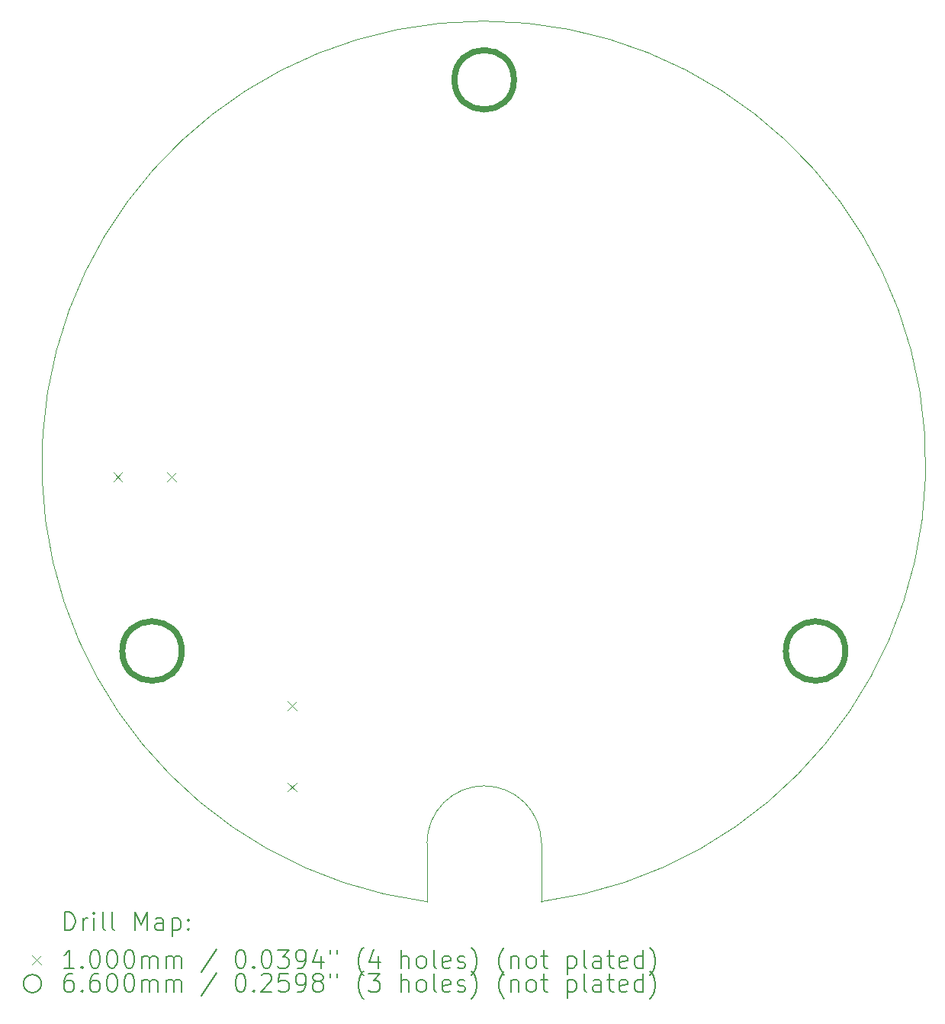
<source format=gbr>
%TF.GenerationSoftware,KiCad,Pcbnew,7.0.6*%
%TF.CreationDate,2024-03-14T18:07:39+11:00*%
%TF.ProjectId,Rocketry_Payload_Main_DDR_Spec_V2,526f636b-6574-4727-995f-5061796c6f61,rev?*%
%TF.SameCoordinates,Original*%
%TF.FileFunction,Drillmap*%
%TF.FilePolarity,Positive*%
%FSLAX45Y45*%
G04 Gerber Fmt 4.5, Leading zero omitted, Abs format (unit mm)*
G04 Created by KiCad (PCBNEW 7.0.6) date 2024-03-14 18:07:39*
%MOMM*%
%LPD*%
G01*
G04 APERTURE LIST*
%ADD10C,0.100000*%
%ADD11C,0.200000*%
%ADD12C,0.660000*%
G04 APERTURE END LIST*
D10*
X14198600Y-14173200D02*
X14198600Y-13523200D01*
X15468447Y-14172035D02*
X15468423Y-13522017D01*
X15468423Y-13522017D02*
G75*
G03*
X14198600Y-13523200I-634912J-591D01*
G01*
X15468447Y-14172035D02*
G75*
G03*
X14198600Y-14173200I-639386J4863885D01*
G01*
D11*
D10*
X10716500Y-9411500D02*
X10816500Y-9511500D01*
X10816500Y-9411500D02*
X10716500Y-9511500D01*
X11316500Y-9411500D02*
X11416500Y-9511500D01*
X11416500Y-9411500D02*
X11316500Y-9511500D01*
X12650000Y-11951500D02*
X12750000Y-12051500D01*
X12750000Y-11951500D02*
X12650000Y-12051500D01*
X12650000Y-12851500D02*
X12750000Y-12951500D01*
X12750000Y-12851500D02*
X12650000Y-12951500D01*
D12*
X11476100Y-11391600D02*
G75*
G03*
X11476100Y-11391600I-330000J0D01*
G01*
X15163600Y-5053650D02*
G75*
G03*
X15163600Y-5053650I-330000J0D01*
G01*
X18842100Y-11391600D02*
G75*
G03*
X18842100Y-11391600I-330000J0D01*
G01*
D11*
X10179107Y-14489684D02*
X10179107Y-14289684D01*
X10179107Y-14289684D02*
X10226726Y-14289684D01*
X10226726Y-14289684D02*
X10255297Y-14299207D01*
X10255297Y-14299207D02*
X10274345Y-14318255D01*
X10274345Y-14318255D02*
X10283869Y-14337303D01*
X10283869Y-14337303D02*
X10293393Y-14375398D01*
X10293393Y-14375398D02*
X10293393Y-14403969D01*
X10293393Y-14403969D02*
X10283869Y-14442065D01*
X10283869Y-14442065D02*
X10274345Y-14461112D01*
X10274345Y-14461112D02*
X10255297Y-14480160D01*
X10255297Y-14480160D02*
X10226726Y-14489684D01*
X10226726Y-14489684D02*
X10179107Y-14489684D01*
X10379107Y-14489684D02*
X10379107Y-14356350D01*
X10379107Y-14394446D02*
X10388631Y-14375398D01*
X10388631Y-14375398D02*
X10398155Y-14365874D01*
X10398155Y-14365874D02*
X10417202Y-14356350D01*
X10417202Y-14356350D02*
X10436250Y-14356350D01*
X10502916Y-14489684D02*
X10502916Y-14356350D01*
X10502916Y-14289684D02*
X10493393Y-14299207D01*
X10493393Y-14299207D02*
X10502916Y-14308731D01*
X10502916Y-14308731D02*
X10512440Y-14299207D01*
X10512440Y-14299207D02*
X10502916Y-14289684D01*
X10502916Y-14289684D02*
X10502916Y-14308731D01*
X10626726Y-14489684D02*
X10607678Y-14480160D01*
X10607678Y-14480160D02*
X10598155Y-14461112D01*
X10598155Y-14461112D02*
X10598155Y-14289684D01*
X10731488Y-14489684D02*
X10712440Y-14480160D01*
X10712440Y-14480160D02*
X10702916Y-14461112D01*
X10702916Y-14461112D02*
X10702916Y-14289684D01*
X10960059Y-14489684D02*
X10960059Y-14289684D01*
X10960059Y-14289684D02*
X11026726Y-14432541D01*
X11026726Y-14432541D02*
X11093393Y-14289684D01*
X11093393Y-14289684D02*
X11093393Y-14489684D01*
X11274345Y-14489684D02*
X11274345Y-14384922D01*
X11274345Y-14384922D02*
X11264821Y-14365874D01*
X11264821Y-14365874D02*
X11245774Y-14356350D01*
X11245774Y-14356350D02*
X11207678Y-14356350D01*
X11207678Y-14356350D02*
X11188631Y-14365874D01*
X11274345Y-14480160D02*
X11255297Y-14489684D01*
X11255297Y-14489684D02*
X11207678Y-14489684D01*
X11207678Y-14489684D02*
X11188631Y-14480160D01*
X11188631Y-14480160D02*
X11179107Y-14461112D01*
X11179107Y-14461112D02*
X11179107Y-14442065D01*
X11179107Y-14442065D02*
X11188631Y-14423017D01*
X11188631Y-14423017D02*
X11207678Y-14413493D01*
X11207678Y-14413493D02*
X11255297Y-14413493D01*
X11255297Y-14413493D02*
X11274345Y-14403969D01*
X11369583Y-14356350D02*
X11369583Y-14556350D01*
X11369583Y-14365874D02*
X11388631Y-14356350D01*
X11388631Y-14356350D02*
X11426726Y-14356350D01*
X11426726Y-14356350D02*
X11445774Y-14365874D01*
X11445774Y-14365874D02*
X11455297Y-14375398D01*
X11455297Y-14375398D02*
X11464821Y-14394446D01*
X11464821Y-14394446D02*
X11464821Y-14451588D01*
X11464821Y-14451588D02*
X11455297Y-14470636D01*
X11455297Y-14470636D02*
X11445774Y-14480160D01*
X11445774Y-14480160D02*
X11426726Y-14489684D01*
X11426726Y-14489684D02*
X11388631Y-14489684D01*
X11388631Y-14489684D02*
X11369583Y-14480160D01*
X11550535Y-14470636D02*
X11560059Y-14480160D01*
X11560059Y-14480160D02*
X11550535Y-14489684D01*
X11550535Y-14489684D02*
X11541012Y-14480160D01*
X11541012Y-14480160D02*
X11550535Y-14470636D01*
X11550535Y-14470636D02*
X11550535Y-14489684D01*
X11550535Y-14365874D02*
X11560059Y-14375398D01*
X11560059Y-14375398D02*
X11550535Y-14384922D01*
X11550535Y-14384922D02*
X11541012Y-14375398D01*
X11541012Y-14375398D02*
X11550535Y-14365874D01*
X11550535Y-14365874D02*
X11550535Y-14384922D01*
D10*
X9818330Y-14768200D02*
X9918330Y-14868200D01*
X9918330Y-14768200D02*
X9818330Y-14868200D01*
D11*
X10283869Y-14909684D02*
X10169583Y-14909684D01*
X10226726Y-14909684D02*
X10226726Y-14709684D01*
X10226726Y-14709684D02*
X10207678Y-14738255D01*
X10207678Y-14738255D02*
X10188631Y-14757303D01*
X10188631Y-14757303D02*
X10169583Y-14766826D01*
X10369583Y-14890636D02*
X10379107Y-14900160D01*
X10379107Y-14900160D02*
X10369583Y-14909684D01*
X10369583Y-14909684D02*
X10360059Y-14900160D01*
X10360059Y-14900160D02*
X10369583Y-14890636D01*
X10369583Y-14890636D02*
X10369583Y-14909684D01*
X10502916Y-14709684D02*
X10521964Y-14709684D01*
X10521964Y-14709684D02*
X10541012Y-14719207D01*
X10541012Y-14719207D02*
X10550536Y-14728731D01*
X10550536Y-14728731D02*
X10560059Y-14747779D01*
X10560059Y-14747779D02*
X10569583Y-14785874D01*
X10569583Y-14785874D02*
X10569583Y-14833493D01*
X10569583Y-14833493D02*
X10560059Y-14871588D01*
X10560059Y-14871588D02*
X10550536Y-14890636D01*
X10550536Y-14890636D02*
X10541012Y-14900160D01*
X10541012Y-14900160D02*
X10521964Y-14909684D01*
X10521964Y-14909684D02*
X10502916Y-14909684D01*
X10502916Y-14909684D02*
X10483869Y-14900160D01*
X10483869Y-14900160D02*
X10474345Y-14890636D01*
X10474345Y-14890636D02*
X10464821Y-14871588D01*
X10464821Y-14871588D02*
X10455297Y-14833493D01*
X10455297Y-14833493D02*
X10455297Y-14785874D01*
X10455297Y-14785874D02*
X10464821Y-14747779D01*
X10464821Y-14747779D02*
X10474345Y-14728731D01*
X10474345Y-14728731D02*
X10483869Y-14719207D01*
X10483869Y-14719207D02*
X10502916Y-14709684D01*
X10693393Y-14709684D02*
X10712440Y-14709684D01*
X10712440Y-14709684D02*
X10731488Y-14719207D01*
X10731488Y-14719207D02*
X10741012Y-14728731D01*
X10741012Y-14728731D02*
X10750536Y-14747779D01*
X10750536Y-14747779D02*
X10760059Y-14785874D01*
X10760059Y-14785874D02*
X10760059Y-14833493D01*
X10760059Y-14833493D02*
X10750536Y-14871588D01*
X10750536Y-14871588D02*
X10741012Y-14890636D01*
X10741012Y-14890636D02*
X10731488Y-14900160D01*
X10731488Y-14900160D02*
X10712440Y-14909684D01*
X10712440Y-14909684D02*
X10693393Y-14909684D01*
X10693393Y-14909684D02*
X10674345Y-14900160D01*
X10674345Y-14900160D02*
X10664821Y-14890636D01*
X10664821Y-14890636D02*
X10655297Y-14871588D01*
X10655297Y-14871588D02*
X10645774Y-14833493D01*
X10645774Y-14833493D02*
X10645774Y-14785874D01*
X10645774Y-14785874D02*
X10655297Y-14747779D01*
X10655297Y-14747779D02*
X10664821Y-14728731D01*
X10664821Y-14728731D02*
X10674345Y-14719207D01*
X10674345Y-14719207D02*
X10693393Y-14709684D01*
X10883869Y-14709684D02*
X10902917Y-14709684D01*
X10902917Y-14709684D02*
X10921964Y-14719207D01*
X10921964Y-14719207D02*
X10931488Y-14728731D01*
X10931488Y-14728731D02*
X10941012Y-14747779D01*
X10941012Y-14747779D02*
X10950536Y-14785874D01*
X10950536Y-14785874D02*
X10950536Y-14833493D01*
X10950536Y-14833493D02*
X10941012Y-14871588D01*
X10941012Y-14871588D02*
X10931488Y-14890636D01*
X10931488Y-14890636D02*
X10921964Y-14900160D01*
X10921964Y-14900160D02*
X10902917Y-14909684D01*
X10902917Y-14909684D02*
X10883869Y-14909684D01*
X10883869Y-14909684D02*
X10864821Y-14900160D01*
X10864821Y-14900160D02*
X10855297Y-14890636D01*
X10855297Y-14890636D02*
X10845774Y-14871588D01*
X10845774Y-14871588D02*
X10836250Y-14833493D01*
X10836250Y-14833493D02*
X10836250Y-14785874D01*
X10836250Y-14785874D02*
X10845774Y-14747779D01*
X10845774Y-14747779D02*
X10855297Y-14728731D01*
X10855297Y-14728731D02*
X10864821Y-14719207D01*
X10864821Y-14719207D02*
X10883869Y-14709684D01*
X11036250Y-14909684D02*
X11036250Y-14776350D01*
X11036250Y-14795398D02*
X11045774Y-14785874D01*
X11045774Y-14785874D02*
X11064821Y-14776350D01*
X11064821Y-14776350D02*
X11093393Y-14776350D01*
X11093393Y-14776350D02*
X11112440Y-14785874D01*
X11112440Y-14785874D02*
X11121964Y-14804922D01*
X11121964Y-14804922D02*
X11121964Y-14909684D01*
X11121964Y-14804922D02*
X11131488Y-14785874D01*
X11131488Y-14785874D02*
X11150536Y-14776350D01*
X11150536Y-14776350D02*
X11179107Y-14776350D01*
X11179107Y-14776350D02*
X11198155Y-14785874D01*
X11198155Y-14785874D02*
X11207678Y-14804922D01*
X11207678Y-14804922D02*
X11207678Y-14909684D01*
X11302916Y-14909684D02*
X11302916Y-14776350D01*
X11302916Y-14795398D02*
X11312440Y-14785874D01*
X11312440Y-14785874D02*
X11331488Y-14776350D01*
X11331488Y-14776350D02*
X11360059Y-14776350D01*
X11360059Y-14776350D02*
X11379107Y-14785874D01*
X11379107Y-14785874D02*
X11388631Y-14804922D01*
X11388631Y-14804922D02*
X11388631Y-14909684D01*
X11388631Y-14804922D02*
X11398155Y-14785874D01*
X11398155Y-14785874D02*
X11417202Y-14776350D01*
X11417202Y-14776350D02*
X11445774Y-14776350D01*
X11445774Y-14776350D02*
X11464821Y-14785874D01*
X11464821Y-14785874D02*
X11474345Y-14804922D01*
X11474345Y-14804922D02*
X11474345Y-14909684D01*
X11864821Y-14700160D02*
X11693393Y-14957303D01*
X12121964Y-14709684D02*
X12141012Y-14709684D01*
X12141012Y-14709684D02*
X12160059Y-14719207D01*
X12160059Y-14719207D02*
X12169583Y-14728731D01*
X12169583Y-14728731D02*
X12179107Y-14747779D01*
X12179107Y-14747779D02*
X12188631Y-14785874D01*
X12188631Y-14785874D02*
X12188631Y-14833493D01*
X12188631Y-14833493D02*
X12179107Y-14871588D01*
X12179107Y-14871588D02*
X12169583Y-14890636D01*
X12169583Y-14890636D02*
X12160059Y-14900160D01*
X12160059Y-14900160D02*
X12141012Y-14909684D01*
X12141012Y-14909684D02*
X12121964Y-14909684D01*
X12121964Y-14909684D02*
X12102917Y-14900160D01*
X12102917Y-14900160D02*
X12093393Y-14890636D01*
X12093393Y-14890636D02*
X12083869Y-14871588D01*
X12083869Y-14871588D02*
X12074345Y-14833493D01*
X12074345Y-14833493D02*
X12074345Y-14785874D01*
X12074345Y-14785874D02*
X12083869Y-14747779D01*
X12083869Y-14747779D02*
X12093393Y-14728731D01*
X12093393Y-14728731D02*
X12102917Y-14719207D01*
X12102917Y-14719207D02*
X12121964Y-14709684D01*
X12274345Y-14890636D02*
X12283869Y-14900160D01*
X12283869Y-14900160D02*
X12274345Y-14909684D01*
X12274345Y-14909684D02*
X12264821Y-14900160D01*
X12264821Y-14900160D02*
X12274345Y-14890636D01*
X12274345Y-14890636D02*
X12274345Y-14909684D01*
X12407678Y-14709684D02*
X12426726Y-14709684D01*
X12426726Y-14709684D02*
X12445774Y-14719207D01*
X12445774Y-14719207D02*
X12455298Y-14728731D01*
X12455298Y-14728731D02*
X12464821Y-14747779D01*
X12464821Y-14747779D02*
X12474345Y-14785874D01*
X12474345Y-14785874D02*
X12474345Y-14833493D01*
X12474345Y-14833493D02*
X12464821Y-14871588D01*
X12464821Y-14871588D02*
X12455298Y-14890636D01*
X12455298Y-14890636D02*
X12445774Y-14900160D01*
X12445774Y-14900160D02*
X12426726Y-14909684D01*
X12426726Y-14909684D02*
X12407678Y-14909684D01*
X12407678Y-14909684D02*
X12388631Y-14900160D01*
X12388631Y-14900160D02*
X12379107Y-14890636D01*
X12379107Y-14890636D02*
X12369583Y-14871588D01*
X12369583Y-14871588D02*
X12360059Y-14833493D01*
X12360059Y-14833493D02*
X12360059Y-14785874D01*
X12360059Y-14785874D02*
X12369583Y-14747779D01*
X12369583Y-14747779D02*
X12379107Y-14728731D01*
X12379107Y-14728731D02*
X12388631Y-14719207D01*
X12388631Y-14719207D02*
X12407678Y-14709684D01*
X12541012Y-14709684D02*
X12664821Y-14709684D01*
X12664821Y-14709684D02*
X12598155Y-14785874D01*
X12598155Y-14785874D02*
X12626726Y-14785874D01*
X12626726Y-14785874D02*
X12645774Y-14795398D01*
X12645774Y-14795398D02*
X12655298Y-14804922D01*
X12655298Y-14804922D02*
X12664821Y-14823969D01*
X12664821Y-14823969D02*
X12664821Y-14871588D01*
X12664821Y-14871588D02*
X12655298Y-14890636D01*
X12655298Y-14890636D02*
X12645774Y-14900160D01*
X12645774Y-14900160D02*
X12626726Y-14909684D01*
X12626726Y-14909684D02*
X12569583Y-14909684D01*
X12569583Y-14909684D02*
X12550536Y-14900160D01*
X12550536Y-14900160D02*
X12541012Y-14890636D01*
X12760059Y-14909684D02*
X12798155Y-14909684D01*
X12798155Y-14909684D02*
X12817202Y-14900160D01*
X12817202Y-14900160D02*
X12826726Y-14890636D01*
X12826726Y-14890636D02*
X12845774Y-14862065D01*
X12845774Y-14862065D02*
X12855298Y-14823969D01*
X12855298Y-14823969D02*
X12855298Y-14747779D01*
X12855298Y-14747779D02*
X12845774Y-14728731D01*
X12845774Y-14728731D02*
X12836250Y-14719207D01*
X12836250Y-14719207D02*
X12817202Y-14709684D01*
X12817202Y-14709684D02*
X12779107Y-14709684D01*
X12779107Y-14709684D02*
X12760059Y-14719207D01*
X12760059Y-14719207D02*
X12750536Y-14728731D01*
X12750536Y-14728731D02*
X12741012Y-14747779D01*
X12741012Y-14747779D02*
X12741012Y-14795398D01*
X12741012Y-14795398D02*
X12750536Y-14814446D01*
X12750536Y-14814446D02*
X12760059Y-14823969D01*
X12760059Y-14823969D02*
X12779107Y-14833493D01*
X12779107Y-14833493D02*
X12817202Y-14833493D01*
X12817202Y-14833493D02*
X12836250Y-14823969D01*
X12836250Y-14823969D02*
X12845774Y-14814446D01*
X12845774Y-14814446D02*
X12855298Y-14795398D01*
X13026726Y-14776350D02*
X13026726Y-14909684D01*
X12979107Y-14700160D02*
X12931488Y-14843017D01*
X12931488Y-14843017D02*
X13055298Y-14843017D01*
X13121964Y-14709684D02*
X13121964Y-14747779D01*
X13198155Y-14709684D02*
X13198155Y-14747779D01*
X13493393Y-14985874D02*
X13483869Y-14976350D01*
X13483869Y-14976350D02*
X13464821Y-14947779D01*
X13464821Y-14947779D02*
X13455298Y-14928731D01*
X13455298Y-14928731D02*
X13445774Y-14900160D01*
X13445774Y-14900160D02*
X13436250Y-14852541D01*
X13436250Y-14852541D02*
X13436250Y-14814446D01*
X13436250Y-14814446D02*
X13445774Y-14766826D01*
X13445774Y-14766826D02*
X13455298Y-14738255D01*
X13455298Y-14738255D02*
X13464821Y-14719207D01*
X13464821Y-14719207D02*
X13483869Y-14690636D01*
X13483869Y-14690636D02*
X13493393Y-14681112D01*
X13655298Y-14776350D02*
X13655298Y-14909684D01*
X13607679Y-14700160D02*
X13560060Y-14843017D01*
X13560060Y-14843017D02*
X13683869Y-14843017D01*
X13912441Y-14909684D02*
X13912441Y-14709684D01*
X13998155Y-14909684D02*
X13998155Y-14804922D01*
X13998155Y-14804922D02*
X13988631Y-14785874D01*
X13988631Y-14785874D02*
X13969583Y-14776350D01*
X13969583Y-14776350D02*
X13941012Y-14776350D01*
X13941012Y-14776350D02*
X13921964Y-14785874D01*
X13921964Y-14785874D02*
X13912441Y-14795398D01*
X14121964Y-14909684D02*
X14102917Y-14900160D01*
X14102917Y-14900160D02*
X14093393Y-14890636D01*
X14093393Y-14890636D02*
X14083869Y-14871588D01*
X14083869Y-14871588D02*
X14083869Y-14814446D01*
X14083869Y-14814446D02*
X14093393Y-14795398D01*
X14093393Y-14795398D02*
X14102917Y-14785874D01*
X14102917Y-14785874D02*
X14121964Y-14776350D01*
X14121964Y-14776350D02*
X14150536Y-14776350D01*
X14150536Y-14776350D02*
X14169583Y-14785874D01*
X14169583Y-14785874D02*
X14179107Y-14795398D01*
X14179107Y-14795398D02*
X14188631Y-14814446D01*
X14188631Y-14814446D02*
X14188631Y-14871588D01*
X14188631Y-14871588D02*
X14179107Y-14890636D01*
X14179107Y-14890636D02*
X14169583Y-14900160D01*
X14169583Y-14900160D02*
X14150536Y-14909684D01*
X14150536Y-14909684D02*
X14121964Y-14909684D01*
X14302917Y-14909684D02*
X14283869Y-14900160D01*
X14283869Y-14900160D02*
X14274345Y-14881112D01*
X14274345Y-14881112D02*
X14274345Y-14709684D01*
X14455298Y-14900160D02*
X14436250Y-14909684D01*
X14436250Y-14909684D02*
X14398155Y-14909684D01*
X14398155Y-14909684D02*
X14379107Y-14900160D01*
X14379107Y-14900160D02*
X14369583Y-14881112D01*
X14369583Y-14881112D02*
X14369583Y-14804922D01*
X14369583Y-14804922D02*
X14379107Y-14785874D01*
X14379107Y-14785874D02*
X14398155Y-14776350D01*
X14398155Y-14776350D02*
X14436250Y-14776350D01*
X14436250Y-14776350D02*
X14455298Y-14785874D01*
X14455298Y-14785874D02*
X14464822Y-14804922D01*
X14464822Y-14804922D02*
X14464822Y-14823969D01*
X14464822Y-14823969D02*
X14369583Y-14843017D01*
X14541012Y-14900160D02*
X14560060Y-14909684D01*
X14560060Y-14909684D02*
X14598155Y-14909684D01*
X14598155Y-14909684D02*
X14617203Y-14900160D01*
X14617203Y-14900160D02*
X14626726Y-14881112D01*
X14626726Y-14881112D02*
X14626726Y-14871588D01*
X14626726Y-14871588D02*
X14617203Y-14852541D01*
X14617203Y-14852541D02*
X14598155Y-14843017D01*
X14598155Y-14843017D02*
X14569583Y-14843017D01*
X14569583Y-14843017D02*
X14550536Y-14833493D01*
X14550536Y-14833493D02*
X14541012Y-14814446D01*
X14541012Y-14814446D02*
X14541012Y-14804922D01*
X14541012Y-14804922D02*
X14550536Y-14785874D01*
X14550536Y-14785874D02*
X14569583Y-14776350D01*
X14569583Y-14776350D02*
X14598155Y-14776350D01*
X14598155Y-14776350D02*
X14617203Y-14785874D01*
X14693393Y-14985874D02*
X14702917Y-14976350D01*
X14702917Y-14976350D02*
X14721964Y-14947779D01*
X14721964Y-14947779D02*
X14731488Y-14928731D01*
X14731488Y-14928731D02*
X14741012Y-14900160D01*
X14741012Y-14900160D02*
X14750536Y-14852541D01*
X14750536Y-14852541D02*
X14750536Y-14814446D01*
X14750536Y-14814446D02*
X14741012Y-14766826D01*
X14741012Y-14766826D02*
X14731488Y-14738255D01*
X14731488Y-14738255D02*
X14721964Y-14719207D01*
X14721964Y-14719207D02*
X14702917Y-14690636D01*
X14702917Y-14690636D02*
X14693393Y-14681112D01*
X15055298Y-14985874D02*
X15045774Y-14976350D01*
X15045774Y-14976350D02*
X15026726Y-14947779D01*
X15026726Y-14947779D02*
X15017203Y-14928731D01*
X15017203Y-14928731D02*
X15007679Y-14900160D01*
X15007679Y-14900160D02*
X14998155Y-14852541D01*
X14998155Y-14852541D02*
X14998155Y-14814446D01*
X14998155Y-14814446D02*
X15007679Y-14766826D01*
X15007679Y-14766826D02*
X15017203Y-14738255D01*
X15017203Y-14738255D02*
X15026726Y-14719207D01*
X15026726Y-14719207D02*
X15045774Y-14690636D01*
X15045774Y-14690636D02*
X15055298Y-14681112D01*
X15131488Y-14776350D02*
X15131488Y-14909684D01*
X15131488Y-14795398D02*
X15141012Y-14785874D01*
X15141012Y-14785874D02*
X15160060Y-14776350D01*
X15160060Y-14776350D02*
X15188631Y-14776350D01*
X15188631Y-14776350D02*
X15207679Y-14785874D01*
X15207679Y-14785874D02*
X15217203Y-14804922D01*
X15217203Y-14804922D02*
X15217203Y-14909684D01*
X15341012Y-14909684D02*
X15321964Y-14900160D01*
X15321964Y-14900160D02*
X15312441Y-14890636D01*
X15312441Y-14890636D02*
X15302917Y-14871588D01*
X15302917Y-14871588D02*
X15302917Y-14814446D01*
X15302917Y-14814446D02*
X15312441Y-14795398D01*
X15312441Y-14795398D02*
X15321964Y-14785874D01*
X15321964Y-14785874D02*
X15341012Y-14776350D01*
X15341012Y-14776350D02*
X15369584Y-14776350D01*
X15369584Y-14776350D02*
X15388631Y-14785874D01*
X15388631Y-14785874D02*
X15398155Y-14795398D01*
X15398155Y-14795398D02*
X15407679Y-14814446D01*
X15407679Y-14814446D02*
X15407679Y-14871588D01*
X15407679Y-14871588D02*
X15398155Y-14890636D01*
X15398155Y-14890636D02*
X15388631Y-14900160D01*
X15388631Y-14900160D02*
X15369584Y-14909684D01*
X15369584Y-14909684D02*
X15341012Y-14909684D01*
X15464822Y-14776350D02*
X15541012Y-14776350D01*
X15493393Y-14709684D02*
X15493393Y-14881112D01*
X15493393Y-14881112D02*
X15502917Y-14900160D01*
X15502917Y-14900160D02*
X15521964Y-14909684D01*
X15521964Y-14909684D02*
X15541012Y-14909684D01*
X15760060Y-14776350D02*
X15760060Y-14976350D01*
X15760060Y-14785874D02*
X15779107Y-14776350D01*
X15779107Y-14776350D02*
X15817203Y-14776350D01*
X15817203Y-14776350D02*
X15836250Y-14785874D01*
X15836250Y-14785874D02*
X15845774Y-14795398D01*
X15845774Y-14795398D02*
X15855298Y-14814446D01*
X15855298Y-14814446D02*
X15855298Y-14871588D01*
X15855298Y-14871588D02*
X15845774Y-14890636D01*
X15845774Y-14890636D02*
X15836250Y-14900160D01*
X15836250Y-14900160D02*
X15817203Y-14909684D01*
X15817203Y-14909684D02*
X15779107Y-14909684D01*
X15779107Y-14909684D02*
X15760060Y-14900160D01*
X15969584Y-14909684D02*
X15950536Y-14900160D01*
X15950536Y-14900160D02*
X15941012Y-14881112D01*
X15941012Y-14881112D02*
X15941012Y-14709684D01*
X16131488Y-14909684D02*
X16131488Y-14804922D01*
X16131488Y-14804922D02*
X16121965Y-14785874D01*
X16121965Y-14785874D02*
X16102917Y-14776350D01*
X16102917Y-14776350D02*
X16064822Y-14776350D01*
X16064822Y-14776350D02*
X16045774Y-14785874D01*
X16131488Y-14900160D02*
X16112441Y-14909684D01*
X16112441Y-14909684D02*
X16064822Y-14909684D01*
X16064822Y-14909684D02*
X16045774Y-14900160D01*
X16045774Y-14900160D02*
X16036250Y-14881112D01*
X16036250Y-14881112D02*
X16036250Y-14862065D01*
X16036250Y-14862065D02*
X16045774Y-14843017D01*
X16045774Y-14843017D02*
X16064822Y-14833493D01*
X16064822Y-14833493D02*
X16112441Y-14833493D01*
X16112441Y-14833493D02*
X16131488Y-14823969D01*
X16198155Y-14776350D02*
X16274345Y-14776350D01*
X16226726Y-14709684D02*
X16226726Y-14881112D01*
X16226726Y-14881112D02*
X16236250Y-14900160D01*
X16236250Y-14900160D02*
X16255298Y-14909684D01*
X16255298Y-14909684D02*
X16274345Y-14909684D01*
X16417203Y-14900160D02*
X16398155Y-14909684D01*
X16398155Y-14909684D02*
X16360060Y-14909684D01*
X16360060Y-14909684D02*
X16341012Y-14900160D01*
X16341012Y-14900160D02*
X16331488Y-14881112D01*
X16331488Y-14881112D02*
X16331488Y-14804922D01*
X16331488Y-14804922D02*
X16341012Y-14785874D01*
X16341012Y-14785874D02*
X16360060Y-14776350D01*
X16360060Y-14776350D02*
X16398155Y-14776350D01*
X16398155Y-14776350D02*
X16417203Y-14785874D01*
X16417203Y-14785874D02*
X16426726Y-14804922D01*
X16426726Y-14804922D02*
X16426726Y-14823969D01*
X16426726Y-14823969D02*
X16331488Y-14843017D01*
X16598155Y-14909684D02*
X16598155Y-14709684D01*
X16598155Y-14900160D02*
X16579107Y-14909684D01*
X16579107Y-14909684D02*
X16541012Y-14909684D01*
X16541012Y-14909684D02*
X16521965Y-14900160D01*
X16521965Y-14900160D02*
X16512441Y-14890636D01*
X16512441Y-14890636D02*
X16502917Y-14871588D01*
X16502917Y-14871588D02*
X16502917Y-14814446D01*
X16502917Y-14814446D02*
X16512441Y-14795398D01*
X16512441Y-14795398D02*
X16521965Y-14785874D01*
X16521965Y-14785874D02*
X16541012Y-14776350D01*
X16541012Y-14776350D02*
X16579107Y-14776350D01*
X16579107Y-14776350D02*
X16598155Y-14785874D01*
X16674346Y-14985874D02*
X16683869Y-14976350D01*
X16683869Y-14976350D02*
X16702917Y-14947779D01*
X16702917Y-14947779D02*
X16712441Y-14928731D01*
X16712441Y-14928731D02*
X16721965Y-14900160D01*
X16721965Y-14900160D02*
X16731488Y-14852541D01*
X16731488Y-14852541D02*
X16731488Y-14814446D01*
X16731488Y-14814446D02*
X16721965Y-14766826D01*
X16721965Y-14766826D02*
X16712441Y-14738255D01*
X16712441Y-14738255D02*
X16702917Y-14719207D01*
X16702917Y-14719207D02*
X16683869Y-14690636D01*
X16683869Y-14690636D02*
X16674346Y-14681112D01*
X9918330Y-15082200D02*
G75*
G03*
X9918330Y-15082200I-100000J0D01*
G01*
X10264821Y-14973684D02*
X10226726Y-14973684D01*
X10226726Y-14973684D02*
X10207678Y-14983207D01*
X10207678Y-14983207D02*
X10198155Y-14992731D01*
X10198155Y-14992731D02*
X10179107Y-15021303D01*
X10179107Y-15021303D02*
X10169583Y-15059398D01*
X10169583Y-15059398D02*
X10169583Y-15135588D01*
X10169583Y-15135588D02*
X10179107Y-15154636D01*
X10179107Y-15154636D02*
X10188631Y-15164160D01*
X10188631Y-15164160D02*
X10207678Y-15173684D01*
X10207678Y-15173684D02*
X10245774Y-15173684D01*
X10245774Y-15173684D02*
X10264821Y-15164160D01*
X10264821Y-15164160D02*
X10274345Y-15154636D01*
X10274345Y-15154636D02*
X10283869Y-15135588D01*
X10283869Y-15135588D02*
X10283869Y-15087969D01*
X10283869Y-15087969D02*
X10274345Y-15068922D01*
X10274345Y-15068922D02*
X10264821Y-15059398D01*
X10264821Y-15059398D02*
X10245774Y-15049874D01*
X10245774Y-15049874D02*
X10207678Y-15049874D01*
X10207678Y-15049874D02*
X10188631Y-15059398D01*
X10188631Y-15059398D02*
X10179107Y-15068922D01*
X10179107Y-15068922D02*
X10169583Y-15087969D01*
X10369583Y-15154636D02*
X10379107Y-15164160D01*
X10379107Y-15164160D02*
X10369583Y-15173684D01*
X10369583Y-15173684D02*
X10360059Y-15164160D01*
X10360059Y-15164160D02*
X10369583Y-15154636D01*
X10369583Y-15154636D02*
X10369583Y-15173684D01*
X10550536Y-14973684D02*
X10512440Y-14973684D01*
X10512440Y-14973684D02*
X10493393Y-14983207D01*
X10493393Y-14983207D02*
X10483869Y-14992731D01*
X10483869Y-14992731D02*
X10464821Y-15021303D01*
X10464821Y-15021303D02*
X10455297Y-15059398D01*
X10455297Y-15059398D02*
X10455297Y-15135588D01*
X10455297Y-15135588D02*
X10464821Y-15154636D01*
X10464821Y-15154636D02*
X10474345Y-15164160D01*
X10474345Y-15164160D02*
X10493393Y-15173684D01*
X10493393Y-15173684D02*
X10531488Y-15173684D01*
X10531488Y-15173684D02*
X10550536Y-15164160D01*
X10550536Y-15164160D02*
X10560059Y-15154636D01*
X10560059Y-15154636D02*
X10569583Y-15135588D01*
X10569583Y-15135588D02*
X10569583Y-15087969D01*
X10569583Y-15087969D02*
X10560059Y-15068922D01*
X10560059Y-15068922D02*
X10550536Y-15059398D01*
X10550536Y-15059398D02*
X10531488Y-15049874D01*
X10531488Y-15049874D02*
X10493393Y-15049874D01*
X10493393Y-15049874D02*
X10474345Y-15059398D01*
X10474345Y-15059398D02*
X10464821Y-15068922D01*
X10464821Y-15068922D02*
X10455297Y-15087969D01*
X10693393Y-14973684D02*
X10712440Y-14973684D01*
X10712440Y-14973684D02*
X10731488Y-14983207D01*
X10731488Y-14983207D02*
X10741012Y-14992731D01*
X10741012Y-14992731D02*
X10750536Y-15011779D01*
X10750536Y-15011779D02*
X10760059Y-15049874D01*
X10760059Y-15049874D02*
X10760059Y-15097493D01*
X10760059Y-15097493D02*
X10750536Y-15135588D01*
X10750536Y-15135588D02*
X10741012Y-15154636D01*
X10741012Y-15154636D02*
X10731488Y-15164160D01*
X10731488Y-15164160D02*
X10712440Y-15173684D01*
X10712440Y-15173684D02*
X10693393Y-15173684D01*
X10693393Y-15173684D02*
X10674345Y-15164160D01*
X10674345Y-15164160D02*
X10664821Y-15154636D01*
X10664821Y-15154636D02*
X10655297Y-15135588D01*
X10655297Y-15135588D02*
X10645774Y-15097493D01*
X10645774Y-15097493D02*
X10645774Y-15049874D01*
X10645774Y-15049874D02*
X10655297Y-15011779D01*
X10655297Y-15011779D02*
X10664821Y-14992731D01*
X10664821Y-14992731D02*
X10674345Y-14983207D01*
X10674345Y-14983207D02*
X10693393Y-14973684D01*
X10883869Y-14973684D02*
X10902917Y-14973684D01*
X10902917Y-14973684D02*
X10921964Y-14983207D01*
X10921964Y-14983207D02*
X10931488Y-14992731D01*
X10931488Y-14992731D02*
X10941012Y-15011779D01*
X10941012Y-15011779D02*
X10950536Y-15049874D01*
X10950536Y-15049874D02*
X10950536Y-15097493D01*
X10950536Y-15097493D02*
X10941012Y-15135588D01*
X10941012Y-15135588D02*
X10931488Y-15154636D01*
X10931488Y-15154636D02*
X10921964Y-15164160D01*
X10921964Y-15164160D02*
X10902917Y-15173684D01*
X10902917Y-15173684D02*
X10883869Y-15173684D01*
X10883869Y-15173684D02*
X10864821Y-15164160D01*
X10864821Y-15164160D02*
X10855297Y-15154636D01*
X10855297Y-15154636D02*
X10845774Y-15135588D01*
X10845774Y-15135588D02*
X10836250Y-15097493D01*
X10836250Y-15097493D02*
X10836250Y-15049874D01*
X10836250Y-15049874D02*
X10845774Y-15011779D01*
X10845774Y-15011779D02*
X10855297Y-14992731D01*
X10855297Y-14992731D02*
X10864821Y-14983207D01*
X10864821Y-14983207D02*
X10883869Y-14973684D01*
X11036250Y-15173684D02*
X11036250Y-15040350D01*
X11036250Y-15059398D02*
X11045774Y-15049874D01*
X11045774Y-15049874D02*
X11064821Y-15040350D01*
X11064821Y-15040350D02*
X11093393Y-15040350D01*
X11093393Y-15040350D02*
X11112440Y-15049874D01*
X11112440Y-15049874D02*
X11121964Y-15068922D01*
X11121964Y-15068922D02*
X11121964Y-15173684D01*
X11121964Y-15068922D02*
X11131488Y-15049874D01*
X11131488Y-15049874D02*
X11150536Y-15040350D01*
X11150536Y-15040350D02*
X11179107Y-15040350D01*
X11179107Y-15040350D02*
X11198155Y-15049874D01*
X11198155Y-15049874D02*
X11207678Y-15068922D01*
X11207678Y-15068922D02*
X11207678Y-15173684D01*
X11302916Y-15173684D02*
X11302916Y-15040350D01*
X11302916Y-15059398D02*
X11312440Y-15049874D01*
X11312440Y-15049874D02*
X11331488Y-15040350D01*
X11331488Y-15040350D02*
X11360059Y-15040350D01*
X11360059Y-15040350D02*
X11379107Y-15049874D01*
X11379107Y-15049874D02*
X11388631Y-15068922D01*
X11388631Y-15068922D02*
X11388631Y-15173684D01*
X11388631Y-15068922D02*
X11398155Y-15049874D01*
X11398155Y-15049874D02*
X11417202Y-15040350D01*
X11417202Y-15040350D02*
X11445774Y-15040350D01*
X11445774Y-15040350D02*
X11464821Y-15049874D01*
X11464821Y-15049874D02*
X11474345Y-15068922D01*
X11474345Y-15068922D02*
X11474345Y-15173684D01*
X11864821Y-14964160D02*
X11693393Y-15221303D01*
X12121964Y-14973684D02*
X12141012Y-14973684D01*
X12141012Y-14973684D02*
X12160059Y-14983207D01*
X12160059Y-14983207D02*
X12169583Y-14992731D01*
X12169583Y-14992731D02*
X12179107Y-15011779D01*
X12179107Y-15011779D02*
X12188631Y-15049874D01*
X12188631Y-15049874D02*
X12188631Y-15097493D01*
X12188631Y-15097493D02*
X12179107Y-15135588D01*
X12179107Y-15135588D02*
X12169583Y-15154636D01*
X12169583Y-15154636D02*
X12160059Y-15164160D01*
X12160059Y-15164160D02*
X12141012Y-15173684D01*
X12141012Y-15173684D02*
X12121964Y-15173684D01*
X12121964Y-15173684D02*
X12102917Y-15164160D01*
X12102917Y-15164160D02*
X12093393Y-15154636D01*
X12093393Y-15154636D02*
X12083869Y-15135588D01*
X12083869Y-15135588D02*
X12074345Y-15097493D01*
X12074345Y-15097493D02*
X12074345Y-15049874D01*
X12074345Y-15049874D02*
X12083869Y-15011779D01*
X12083869Y-15011779D02*
X12093393Y-14992731D01*
X12093393Y-14992731D02*
X12102917Y-14983207D01*
X12102917Y-14983207D02*
X12121964Y-14973684D01*
X12274345Y-15154636D02*
X12283869Y-15164160D01*
X12283869Y-15164160D02*
X12274345Y-15173684D01*
X12274345Y-15173684D02*
X12264821Y-15164160D01*
X12264821Y-15164160D02*
X12274345Y-15154636D01*
X12274345Y-15154636D02*
X12274345Y-15173684D01*
X12360059Y-14992731D02*
X12369583Y-14983207D01*
X12369583Y-14983207D02*
X12388631Y-14973684D01*
X12388631Y-14973684D02*
X12436250Y-14973684D01*
X12436250Y-14973684D02*
X12455298Y-14983207D01*
X12455298Y-14983207D02*
X12464821Y-14992731D01*
X12464821Y-14992731D02*
X12474345Y-15011779D01*
X12474345Y-15011779D02*
X12474345Y-15030826D01*
X12474345Y-15030826D02*
X12464821Y-15059398D01*
X12464821Y-15059398D02*
X12350536Y-15173684D01*
X12350536Y-15173684D02*
X12474345Y-15173684D01*
X12655298Y-14973684D02*
X12560059Y-14973684D01*
X12560059Y-14973684D02*
X12550536Y-15068922D01*
X12550536Y-15068922D02*
X12560059Y-15059398D01*
X12560059Y-15059398D02*
X12579107Y-15049874D01*
X12579107Y-15049874D02*
X12626726Y-15049874D01*
X12626726Y-15049874D02*
X12645774Y-15059398D01*
X12645774Y-15059398D02*
X12655298Y-15068922D01*
X12655298Y-15068922D02*
X12664821Y-15087969D01*
X12664821Y-15087969D02*
X12664821Y-15135588D01*
X12664821Y-15135588D02*
X12655298Y-15154636D01*
X12655298Y-15154636D02*
X12645774Y-15164160D01*
X12645774Y-15164160D02*
X12626726Y-15173684D01*
X12626726Y-15173684D02*
X12579107Y-15173684D01*
X12579107Y-15173684D02*
X12560059Y-15164160D01*
X12560059Y-15164160D02*
X12550536Y-15154636D01*
X12760059Y-15173684D02*
X12798155Y-15173684D01*
X12798155Y-15173684D02*
X12817202Y-15164160D01*
X12817202Y-15164160D02*
X12826726Y-15154636D01*
X12826726Y-15154636D02*
X12845774Y-15126065D01*
X12845774Y-15126065D02*
X12855298Y-15087969D01*
X12855298Y-15087969D02*
X12855298Y-15011779D01*
X12855298Y-15011779D02*
X12845774Y-14992731D01*
X12845774Y-14992731D02*
X12836250Y-14983207D01*
X12836250Y-14983207D02*
X12817202Y-14973684D01*
X12817202Y-14973684D02*
X12779107Y-14973684D01*
X12779107Y-14973684D02*
X12760059Y-14983207D01*
X12760059Y-14983207D02*
X12750536Y-14992731D01*
X12750536Y-14992731D02*
X12741012Y-15011779D01*
X12741012Y-15011779D02*
X12741012Y-15059398D01*
X12741012Y-15059398D02*
X12750536Y-15078446D01*
X12750536Y-15078446D02*
X12760059Y-15087969D01*
X12760059Y-15087969D02*
X12779107Y-15097493D01*
X12779107Y-15097493D02*
X12817202Y-15097493D01*
X12817202Y-15097493D02*
X12836250Y-15087969D01*
X12836250Y-15087969D02*
X12845774Y-15078446D01*
X12845774Y-15078446D02*
X12855298Y-15059398D01*
X12969583Y-15059398D02*
X12950536Y-15049874D01*
X12950536Y-15049874D02*
X12941012Y-15040350D01*
X12941012Y-15040350D02*
X12931488Y-15021303D01*
X12931488Y-15021303D02*
X12931488Y-15011779D01*
X12931488Y-15011779D02*
X12941012Y-14992731D01*
X12941012Y-14992731D02*
X12950536Y-14983207D01*
X12950536Y-14983207D02*
X12969583Y-14973684D01*
X12969583Y-14973684D02*
X13007679Y-14973684D01*
X13007679Y-14973684D02*
X13026726Y-14983207D01*
X13026726Y-14983207D02*
X13036250Y-14992731D01*
X13036250Y-14992731D02*
X13045774Y-15011779D01*
X13045774Y-15011779D02*
X13045774Y-15021303D01*
X13045774Y-15021303D02*
X13036250Y-15040350D01*
X13036250Y-15040350D02*
X13026726Y-15049874D01*
X13026726Y-15049874D02*
X13007679Y-15059398D01*
X13007679Y-15059398D02*
X12969583Y-15059398D01*
X12969583Y-15059398D02*
X12950536Y-15068922D01*
X12950536Y-15068922D02*
X12941012Y-15078446D01*
X12941012Y-15078446D02*
X12931488Y-15097493D01*
X12931488Y-15097493D02*
X12931488Y-15135588D01*
X12931488Y-15135588D02*
X12941012Y-15154636D01*
X12941012Y-15154636D02*
X12950536Y-15164160D01*
X12950536Y-15164160D02*
X12969583Y-15173684D01*
X12969583Y-15173684D02*
X13007679Y-15173684D01*
X13007679Y-15173684D02*
X13026726Y-15164160D01*
X13026726Y-15164160D02*
X13036250Y-15154636D01*
X13036250Y-15154636D02*
X13045774Y-15135588D01*
X13045774Y-15135588D02*
X13045774Y-15097493D01*
X13045774Y-15097493D02*
X13036250Y-15078446D01*
X13036250Y-15078446D02*
X13026726Y-15068922D01*
X13026726Y-15068922D02*
X13007679Y-15059398D01*
X13121964Y-14973684D02*
X13121964Y-15011779D01*
X13198155Y-14973684D02*
X13198155Y-15011779D01*
X13493393Y-15249874D02*
X13483869Y-15240350D01*
X13483869Y-15240350D02*
X13464821Y-15211779D01*
X13464821Y-15211779D02*
X13455298Y-15192731D01*
X13455298Y-15192731D02*
X13445774Y-15164160D01*
X13445774Y-15164160D02*
X13436250Y-15116541D01*
X13436250Y-15116541D02*
X13436250Y-15078446D01*
X13436250Y-15078446D02*
X13445774Y-15030826D01*
X13445774Y-15030826D02*
X13455298Y-15002255D01*
X13455298Y-15002255D02*
X13464821Y-14983207D01*
X13464821Y-14983207D02*
X13483869Y-14954636D01*
X13483869Y-14954636D02*
X13493393Y-14945112D01*
X13550536Y-14973684D02*
X13674345Y-14973684D01*
X13674345Y-14973684D02*
X13607679Y-15049874D01*
X13607679Y-15049874D02*
X13636250Y-15049874D01*
X13636250Y-15049874D02*
X13655298Y-15059398D01*
X13655298Y-15059398D02*
X13664821Y-15068922D01*
X13664821Y-15068922D02*
X13674345Y-15087969D01*
X13674345Y-15087969D02*
X13674345Y-15135588D01*
X13674345Y-15135588D02*
X13664821Y-15154636D01*
X13664821Y-15154636D02*
X13655298Y-15164160D01*
X13655298Y-15164160D02*
X13636250Y-15173684D01*
X13636250Y-15173684D02*
X13579107Y-15173684D01*
X13579107Y-15173684D02*
X13560060Y-15164160D01*
X13560060Y-15164160D02*
X13550536Y-15154636D01*
X13912441Y-15173684D02*
X13912441Y-14973684D01*
X13998155Y-15173684D02*
X13998155Y-15068922D01*
X13998155Y-15068922D02*
X13988631Y-15049874D01*
X13988631Y-15049874D02*
X13969583Y-15040350D01*
X13969583Y-15040350D02*
X13941012Y-15040350D01*
X13941012Y-15040350D02*
X13921964Y-15049874D01*
X13921964Y-15049874D02*
X13912441Y-15059398D01*
X14121964Y-15173684D02*
X14102917Y-15164160D01*
X14102917Y-15164160D02*
X14093393Y-15154636D01*
X14093393Y-15154636D02*
X14083869Y-15135588D01*
X14083869Y-15135588D02*
X14083869Y-15078446D01*
X14083869Y-15078446D02*
X14093393Y-15059398D01*
X14093393Y-15059398D02*
X14102917Y-15049874D01*
X14102917Y-15049874D02*
X14121964Y-15040350D01*
X14121964Y-15040350D02*
X14150536Y-15040350D01*
X14150536Y-15040350D02*
X14169583Y-15049874D01*
X14169583Y-15049874D02*
X14179107Y-15059398D01*
X14179107Y-15059398D02*
X14188631Y-15078446D01*
X14188631Y-15078446D02*
X14188631Y-15135588D01*
X14188631Y-15135588D02*
X14179107Y-15154636D01*
X14179107Y-15154636D02*
X14169583Y-15164160D01*
X14169583Y-15164160D02*
X14150536Y-15173684D01*
X14150536Y-15173684D02*
X14121964Y-15173684D01*
X14302917Y-15173684D02*
X14283869Y-15164160D01*
X14283869Y-15164160D02*
X14274345Y-15145112D01*
X14274345Y-15145112D02*
X14274345Y-14973684D01*
X14455298Y-15164160D02*
X14436250Y-15173684D01*
X14436250Y-15173684D02*
X14398155Y-15173684D01*
X14398155Y-15173684D02*
X14379107Y-15164160D01*
X14379107Y-15164160D02*
X14369583Y-15145112D01*
X14369583Y-15145112D02*
X14369583Y-15068922D01*
X14369583Y-15068922D02*
X14379107Y-15049874D01*
X14379107Y-15049874D02*
X14398155Y-15040350D01*
X14398155Y-15040350D02*
X14436250Y-15040350D01*
X14436250Y-15040350D02*
X14455298Y-15049874D01*
X14455298Y-15049874D02*
X14464822Y-15068922D01*
X14464822Y-15068922D02*
X14464822Y-15087969D01*
X14464822Y-15087969D02*
X14369583Y-15107017D01*
X14541012Y-15164160D02*
X14560060Y-15173684D01*
X14560060Y-15173684D02*
X14598155Y-15173684D01*
X14598155Y-15173684D02*
X14617203Y-15164160D01*
X14617203Y-15164160D02*
X14626726Y-15145112D01*
X14626726Y-15145112D02*
X14626726Y-15135588D01*
X14626726Y-15135588D02*
X14617203Y-15116541D01*
X14617203Y-15116541D02*
X14598155Y-15107017D01*
X14598155Y-15107017D02*
X14569583Y-15107017D01*
X14569583Y-15107017D02*
X14550536Y-15097493D01*
X14550536Y-15097493D02*
X14541012Y-15078446D01*
X14541012Y-15078446D02*
X14541012Y-15068922D01*
X14541012Y-15068922D02*
X14550536Y-15049874D01*
X14550536Y-15049874D02*
X14569583Y-15040350D01*
X14569583Y-15040350D02*
X14598155Y-15040350D01*
X14598155Y-15040350D02*
X14617203Y-15049874D01*
X14693393Y-15249874D02*
X14702917Y-15240350D01*
X14702917Y-15240350D02*
X14721964Y-15211779D01*
X14721964Y-15211779D02*
X14731488Y-15192731D01*
X14731488Y-15192731D02*
X14741012Y-15164160D01*
X14741012Y-15164160D02*
X14750536Y-15116541D01*
X14750536Y-15116541D02*
X14750536Y-15078446D01*
X14750536Y-15078446D02*
X14741012Y-15030826D01*
X14741012Y-15030826D02*
X14731488Y-15002255D01*
X14731488Y-15002255D02*
X14721964Y-14983207D01*
X14721964Y-14983207D02*
X14702917Y-14954636D01*
X14702917Y-14954636D02*
X14693393Y-14945112D01*
X15055298Y-15249874D02*
X15045774Y-15240350D01*
X15045774Y-15240350D02*
X15026726Y-15211779D01*
X15026726Y-15211779D02*
X15017203Y-15192731D01*
X15017203Y-15192731D02*
X15007679Y-15164160D01*
X15007679Y-15164160D02*
X14998155Y-15116541D01*
X14998155Y-15116541D02*
X14998155Y-15078446D01*
X14998155Y-15078446D02*
X15007679Y-15030826D01*
X15007679Y-15030826D02*
X15017203Y-15002255D01*
X15017203Y-15002255D02*
X15026726Y-14983207D01*
X15026726Y-14983207D02*
X15045774Y-14954636D01*
X15045774Y-14954636D02*
X15055298Y-14945112D01*
X15131488Y-15040350D02*
X15131488Y-15173684D01*
X15131488Y-15059398D02*
X15141012Y-15049874D01*
X15141012Y-15049874D02*
X15160060Y-15040350D01*
X15160060Y-15040350D02*
X15188631Y-15040350D01*
X15188631Y-15040350D02*
X15207679Y-15049874D01*
X15207679Y-15049874D02*
X15217203Y-15068922D01*
X15217203Y-15068922D02*
X15217203Y-15173684D01*
X15341012Y-15173684D02*
X15321964Y-15164160D01*
X15321964Y-15164160D02*
X15312441Y-15154636D01*
X15312441Y-15154636D02*
X15302917Y-15135588D01*
X15302917Y-15135588D02*
X15302917Y-15078446D01*
X15302917Y-15078446D02*
X15312441Y-15059398D01*
X15312441Y-15059398D02*
X15321964Y-15049874D01*
X15321964Y-15049874D02*
X15341012Y-15040350D01*
X15341012Y-15040350D02*
X15369584Y-15040350D01*
X15369584Y-15040350D02*
X15388631Y-15049874D01*
X15388631Y-15049874D02*
X15398155Y-15059398D01*
X15398155Y-15059398D02*
X15407679Y-15078446D01*
X15407679Y-15078446D02*
X15407679Y-15135588D01*
X15407679Y-15135588D02*
X15398155Y-15154636D01*
X15398155Y-15154636D02*
X15388631Y-15164160D01*
X15388631Y-15164160D02*
X15369584Y-15173684D01*
X15369584Y-15173684D02*
X15341012Y-15173684D01*
X15464822Y-15040350D02*
X15541012Y-15040350D01*
X15493393Y-14973684D02*
X15493393Y-15145112D01*
X15493393Y-15145112D02*
X15502917Y-15164160D01*
X15502917Y-15164160D02*
X15521964Y-15173684D01*
X15521964Y-15173684D02*
X15541012Y-15173684D01*
X15760060Y-15040350D02*
X15760060Y-15240350D01*
X15760060Y-15049874D02*
X15779107Y-15040350D01*
X15779107Y-15040350D02*
X15817203Y-15040350D01*
X15817203Y-15040350D02*
X15836250Y-15049874D01*
X15836250Y-15049874D02*
X15845774Y-15059398D01*
X15845774Y-15059398D02*
X15855298Y-15078446D01*
X15855298Y-15078446D02*
X15855298Y-15135588D01*
X15855298Y-15135588D02*
X15845774Y-15154636D01*
X15845774Y-15154636D02*
X15836250Y-15164160D01*
X15836250Y-15164160D02*
X15817203Y-15173684D01*
X15817203Y-15173684D02*
X15779107Y-15173684D01*
X15779107Y-15173684D02*
X15760060Y-15164160D01*
X15969584Y-15173684D02*
X15950536Y-15164160D01*
X15950536Y-15164160D02*
X15941012Y-15145112D01*
X15941012Y-15145112D02*
X15941012Y-14973684D01*
X16131488Y-15173684D02*
X16131488Y-15068922D01*
X16131488Y-15068922D02*
X16121965Y-15049874D01*
X16121965Y-15049874D02*
X16102917Y-15040350D01*
X16102917Y-15040350D02*
X16064822Y-15040350D01*
X16064822Y-15040350D02*
X16045774Y-15049874D01*
X16131488Y-15164160D02*
X16112441Y-15173684D01*
X16112441Y-15173684D02*
X16064822Y-15173684D01*
X16064822Y-15173684D02*
X16045774Y-15164160D01*
X16045774Y-15164160D02*
X16036250Y-15145112D01*
X16036250Y-15145112D02*
X16036250Y-15126065D01*
X16036250Y-15126065D02*
X16045774Y-15107017D01*
X16045774Y-15107017D02*
X16064822Y-15097493D01*
X16064822Y-15097493D02*
X16112441Y-15097493D01*
X16112441Y-15097493D02*
X16131488Y-15087969D01*
X16198155Y-15040350D02*
X16274345Y-15040350D01*
X16226726Y-14973684D02*
X16226726Y-15145112D01*
X16226726Y-15145112D02*
X16236250Y-15164160D01*
X16236250Y-15164160D02*
X16255298Y-15173684D01*
X16255298Y-15173684D02*
X16274345Y-15173684D01*
X16417203Y-15164160D02*
X16398155Y-15173684D01*
X16398155Y-15173684D02*
X16360060Y-15173684D01*
X16360060Y-15173684D02*
X16341012Y-15164160D01*
X16341012Y-15164160D02*
X16331488Y-15145112D01*
X16331488Y-15145112D02*
X16331488Y-15068922D01*
X16331488Y-15068922D02*
X16341012Y-15049874D01*
X16341012Y-15049874D02*
X16360060Y-15040350D01*
X16360060Y-15040350D02*
X16398155Y-15040350D01*
X16398155Y-15040350D02*
X16417203Y-15049874D01*
X16417203Y-15049874D02*
X16426726Y-15068922D01*
X16426726Y-15068922D02*
X16426726Y-15087969D01*
X16426726Y-15087969D02*
X16331488Y-15107017D01*
X16598155Y-15173684D02*
X16598155Y-14973684D01*
X16598155Y-15164160D02*
X16579107Y-15173684D01*
X16579107Y-15173684D02*
X16541012Y-15173684D01*
X16541012Y-15173684D02*
X16521965Y-15164160D01*
X16521965Y-15164160D02*
X16512441Y-15154636D01*
X16512441Y-15154636D02*
X16502917Y-15135588D01*
X16502917Y-15135588D02*
X16502917Y-15078446D01*
X16502917Y-15078446D02*
X16512441Y-15059398D01*
X16512441Y-15059398D02*
X16521965Y-15049874D01*
X16521965Y-15049874D02*
X16541012Y-15040350D01*
X16541012Y-15040350D02*
X16579107Y-15040350D01*
X16579107Y-15040350D02*
X16598155Y-15049874D01*
X16674346Y-15249874D02*
X16683869Y-15240350D01*
X16683869Y-15240350D02*
X16702917Y-15211779D01*
X16702917Y-15211779D02*
X16712441Y-15192731D01*
X16712441Y-15192731D02*
X16721965Y-15164160D01*
X16721965Y-15164160D02*
X16731488Y-15116541D01*
X16731488Y-15116541D02*
X16731488Y-15078446D01*
X16731488Y-15078446D02*
X16721965Y-15030826D01*
X16721965Y-15030826D02*
X16712441Y-15002255D01*
X16712441Y-15002255D02*
X16702917Y-14983207D01*
X16702917Y-14983207D02*
X16683869Y-14954636D01*
X16683869Y-14954636D02*
X16674346Y-14945112D01*
M02*

</source>
